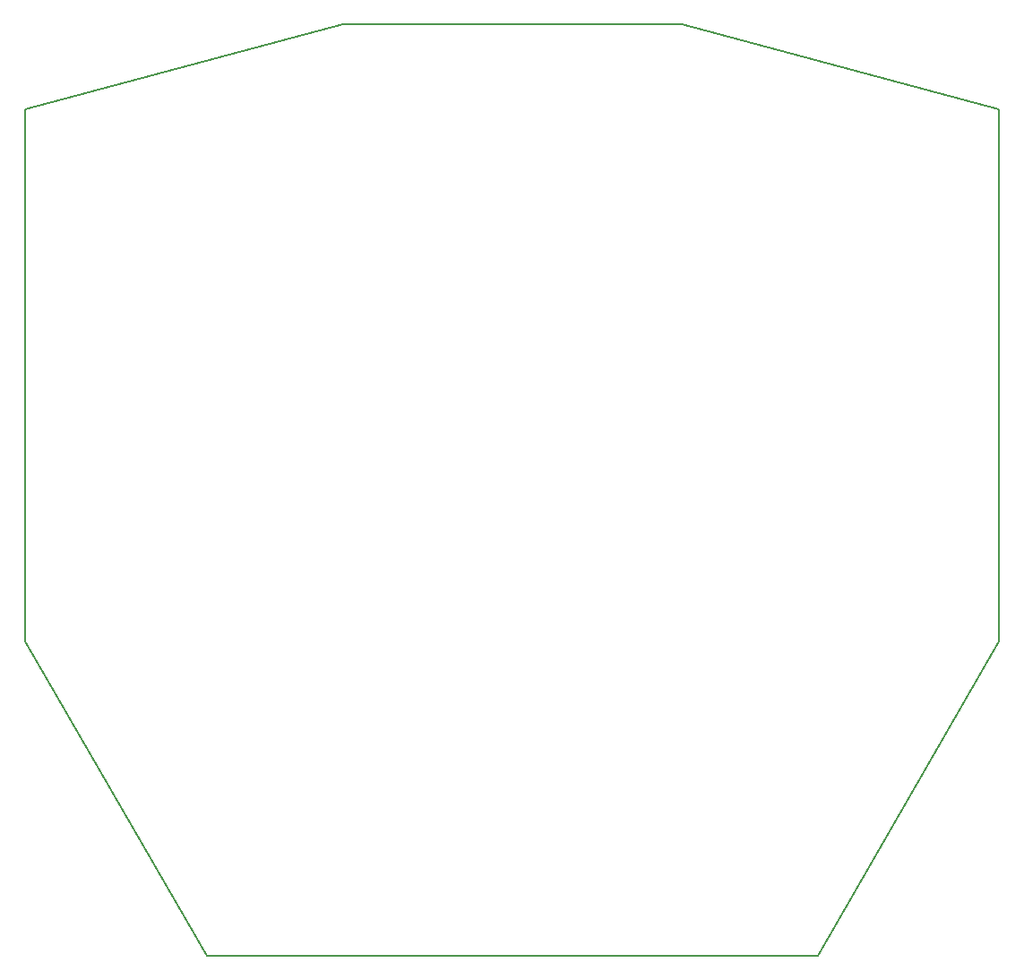
<source format=gm1>
G04*
G04 #@! TF.GenerationSoftware,Altium Limited,Altium Designer,21.2.2 (38)*
G04*
G04 Layer_Color=16711935*
%FSLAX25Y25*%
%MOIN*%
G70*
G04*
G04 #@! TF.SameCoordinates,0FD90602-BBB3-4F14-90EE-D32430874176*
G04*
G04*
G04 #@! TF.FilePolarity,Positive*
G04*
G01*
G75*
%ADD13C,0.00787*%
D13*
X294754Y0D02*
X362205Y116828D01*
X0D02*
X67451Y0D01*
X118110Y346457D02*
X244094D01*
X362205Y314961D01*
Y116828D02*
Y314961D01*
X67451Y0D02*
X294754D01*
X0Y116828D02*
Y314961D01*
X118110Y346457D01*
M02*

</source>
